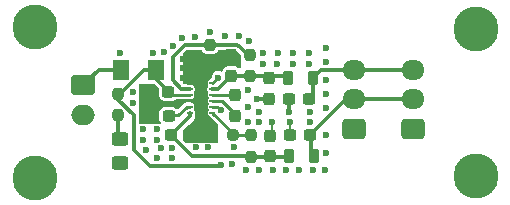
<source format=gbr>
%TF.GenerationSoftware,KiCad,Pcbnew,9.0.0*%
%TF.CreationDate,2025-04-24T23:50:50+03:00*%
%TF.ProjectId,Analog,416e616c-6f67-42e6-9b69-6361645f7063,rev?*%
%TF.SameCoordinates,Original*%
%TF.FileFunction,Copper,L1,Top*%
%TF.FilePolarity,Positive*%
%FSLAX46Y46*%
G04 Gerber Fmt 4.6, Leading zero omitted, Abs format (unit mm)*
G04 Created by KiCad (PCBNEW 9.0.0) date 2025-04-24 23:50:50*
%MOMM*%
%LPD*%
G01*
G04 APERTURE LIST*
G04 Aperture macros list*
%AMRoundRect*
0 Rectangle with rounded corners*
0 $1 Rounding radius*
0 $2 $3 $4 $5 $6 $7 $8 $9 X,Y pos of 4 corners*
0 Add a 4 corners polygon primitive as box body*
4,1,4,$2,$3,$4,$5,$6,$7,$8,$9,$2,$3,0*
0 Add four circle primitives for the rounded corners*
1,1,$1+$1,$2,$3*
1,1,$1+$1,$4,$5*
1,1,$1+$1,$6,$7*
1,1,$1+$1,$8,$9*
0 Add four rect primitives between the rounded corners*
20,1,$1+$1,$2,$3,$4,$5,0*
20,1,$1+$1,$4,$5,$6,$7,0*
20,1,$1+$1,$6,$7,$8,$9,0*
20,1,$1+$1,$8,$9,$2,$3,0*%
G04 Aperture macros list end*
%TA.AperFunction,SMDPad,CuDef*%
%ADD10RoundRect,0.218750X-0.218750X-0.381250X0.218750X-0.381250X0.218750X0.381250X-0.218750X0.381250X0*%
%TD*%
%TA.AperFunction,ComponentPad*%
%ADD11RoundRect,0.250000X0.725000X-0.600000X0.725000X0.600000X-0.725000X0.600000X-0.725000X-0.600000X0*%
%TD*%
%TA.AperFunction,ComponentPad*%
%ADD12O,1.950000X1.700000*%
%TD*%
%TA.AperFunction,ComponentPad*%
%ADD13C,2.600000*%
%TD*%
%TA.AperFunction,ConnectorPad*%
%ADD14C,3.800000*%
%TD*%
%TA.AperFunction,SMDPad,CuDef*%
%ADD15RoundRect,0.237500X-0.237500X0.250000X-0.237500X-0.250000X0.237500X-0.250000X0.237500X0.250000X0*%
%TD*%
%TA.AperFunction,SMDPad,CuDef*%
%ADD16RoundRect,0.250000X0.450000X-0.325000X0.450000X0.325000X-0.450000X0.325000X-0.450000X-0.325000X0*%
%TD*%
%TA.AperFunction,SMDPad,CuDef*%
%ADD17RoundRect,0.237500X-0.237500X0.300000X-0.237500X-0.300000X0.237500X-0.300000X0.237500X0.300000X0*%
%TD*%
%TA.AperFunction,SMDPad,CuDef*%
%ADD18RoundRect,0.237500X0.237500X-0.250000X0.237500X0.250000X-0.237500X0.250000X-0.237500X-0.250000X0*%
%TD*%
%TA.AperFunction,SMDPad,CuDef*%
%ADD19RoundRect,0.237500X0.300000X0.237500X-0.300000X0.237500X-0.300000X-0.237500X0.300000X-0.237500X0*%
%TD*%
%TA.AperFunction,ComponentPad*%
%ADD20RoundRect,0.250000X-0.750000X0.600000X-0.750000X-0.600000X0.750000X-0.600000X0.750000X0.600000X0*%
%TD*%
%TA.AperFunction,ComponentPad*%
%ADD21O,2.000000X1.700000*%
%TD*%
%TA.AperFunction,SMDPad,CuDef*%
%ADD22RoundRect,0.237500X-0.300000X-0.237500X0.300000X-0.237500X0.300000X0.237500X-0.300000X0.237500X0*%
%TD*%
%TA.AperFunction,SMDPad,CuDef*%
%ADD23RoundRect,0.237500X0.250000X0.237500X-0.250000X0.237500X-0.250000X-0.237500X0.250000X-0.237500X0*%
%TD*%
%TA.AperFunction,SMDPad,CuDef*%
%ADD24RoundRect,0.250001X0.462499X0.624999X-0.462499X0.624999X-0.462499X-0.624999X0.462499X-0.624999X0*%
%TD*%
%TA.AperFunction,SMDPad,CuDef*%
%ADD25RoundRect,0.237500X0.237500X-0.300000X0.237500X0.300000X-0.237500X0.300000X-0.237500X-0.300000X0*%
%TD*%
%TA.AperFunction,SMDPad,CuDef*%
%ADD26RoundRect,0.062500X-0.187500X-0.062500X0.187500X-0.062500X0.187500X0.062500X-0.187500X0.062500X0*%
%TD*%
%TA.AperFunction,ComponentPad*%
%ADD27C,0.600000*%
%TD*%
%TA.AperFunction,SMDPad,CuDef*%
%ADD28R,1.000000X2.650000*%
%TD*%
%TA.AperFunction,ViaPad*%
%ADD29C,0.600000*%
%TD*%
%TA.AperFunction,Conductor*%
%ADD30C,0.250000*%
%TD*%
%TA.AperFunction,Conductor*%
%ADD31C,0.300000*%
%TD*%
%TA.AperFunction,Conductor*%
%ADD32C,0.350000*%
%TD*%
%TA.AperFunction,Conductor*%
%ADD33C,0.200000*%
%TD*%
G04 APERTURE END LIST*
D10*
%TO.P,L2,1,1*%
%TO.N,/-2.56V*%
X151693100Y-108407200D03*
%TO.P,L2,2,2*%
%TO.N,/AVSS*%
X153818100Y-108407200D03*
%TD*%
D11*
%TO.P,J2,1,Pin_1*%
%TO.N,AGND*%
X157230800Y-106132000D03*
D12*
%TO.P,J2,2,Pin_2*%
%TO.N,/AVSS*%
X157230800Y-103632000D03*
%TO.P,J2,3,Pin_3*%
%TO.N,/AVDD*%
X157230800Y-101132000D03*
%TD*%
D13*
%TO.P,H2,1,1*%
%TO.N,AGND*%
X130175000Y-110261400D03*
D14*
X130175000Y-110261400D03*
%TD*%
D15*
%TO.P,R3,1*%
%TO.N,Net-(U1-FB-)*%
X148488400Y-106656500D03*
%TO.P,R3,2*%
%TO.N,/-2.56V*%
X148488400Y-108481500D03*
%TD*%
D16*
%TO.P,D1,1,K*%
%TO.N,AGND*%
X137439400Y-109051200D03*
%TO.P,D1,2,A*%
%TO.N,Net-(D1-A)*%
X137439400Y-107001200D03*
%TD*%
D17*
%TO.P,C2,1*%
%TO.N,Net-(U1-C+)*%
X147116800Y-103277500D03*
%TO.P,C2,2*%
%TO.N,Net-(U1-C-)*%
X147116800Y-105002500D03*
%TD*%
D13*
%TO.P,H1,1,1*%
%TO.N,AGND*%
X167538400Y-110083600D03*
D14*
X167538400Y-110083600D03*
%TD*%
D13*
%TO.P,H4,1,1*%
%TO.N,AGND*%
X167513000Y-97663000D03*
D14*
X167513000Y-97663000D03*
%TD*%
D18*
%TO.P,R1,1*%
%TO.N,/+2.52V*%
X148412200Y-101674300D03*
%TO.P,R1,2*%
%TO.N,Net-(U1-FB+)*%
X148412200Y-99849300D03*
%TD*%
D19*
%TO.P,C7,1*%
%TO.N,/AVDD*%
X153440300Y-103632000D03*
%TO.P,C7,2*%
%TO.N,AGND*%
X151715300Y-103632000D03*
%TD*%
D13*
%TO.P,H3,1,1*%
%TO.N,AGND*%
X130175000Y-97536000D03*
D14*
X130175000Y-97536000D03*
%TD*%
D11*
%TO.P,J3,1,Pin_1*%
%TO.N,AGND*%
X162209200Y-106132000D03*
D12*
%TO.P,J3,2,Pin_2*%
%TO.N,/AVSS*%
X162209200Y-103632000D03*
%TO.P,J3,3,Pin_3*%
%TO.N,/AVDD*%
X162209200Y-101132000D03*
%TD*%
D20*
%TO.P,J1,1,Pin_1*%
%TO.N,/RAWA_Unprotected*%
X134289800Y-102438200D03*
D21*
%TO.P,J1,2,Pin_2*%
%TO.N,AGND*%
X134289800Y-104938200D03*
%TD*%
D15*
%TO.P,RLd,1*%
%TO.N,RAW_A*%
X137261600Y-103151300D03*
%TO.P,RLd,2*%
%TO.N,Net-(D1-A)*%
X137261600Y-104976300D03*
%TD*%
D22*
%TO.P,C5,1*%
%TO.N,/-2.56V*%
X141758500Y-106654600D03*
%TO.P,C5,2*%
%TO.N,AGND*%
X143483500Y-106654600D03*
%TD*%
D19*
%TO.P,C3,1*%
%TO.N,Net-(U1-CP)*%
X141526600Y-105003600D03*
%TO.P,C3,2*%
%TO.N,AGND*%
X139801600Y-105003600D03*
%TD*%
%TO.P,C9,1*%
%TO.N,/AVSS*%
X153516500Y-106654600D03*
%TO.P,C9,2*%
%TO.N,AGND*%
X151791500Y-106654600D03*
%TD*%
D15*
%TO.P,R2,1*%
%TO.N,Net-(U1-FB+)*%
X145034000Y-99061900D03*
%TO.P,R2,2*%
%TO.N,AGND*%
X145034000Y-100886900D03*
%TD*%
D19*
%TO.P,C1,1*%
%TO.N,RAW_A*%
X141502300Y-103022400D03*
%TO.P,C1,2*%
%TO.N,AGND*%
X139777300Y-103022400D03*
%TD*%
D23*
%TO.P,R4,1*%
%TO.N,Net-(U1-FB-)*%
X146962500Y-106654600D03*
%TO.P,R4,2*%
%TO.N,AGND*%
X145137500Y-106654600D03*
%TD*%
D24*
%TO.P,F1,1*%
%TO.N,RAW_A*%
X140476300Y-101117400D03*
%TO.P,F1,2*%
%TO.N,/RAWA_Unprotected*%
X137501300Y-101117400D03*
%TD*%
D10*
%TO.P,L1,1,1*%
%TO.N,/+2.52V*%
X151591500Y-101854000D03*
%TO.P,L1,2,2*%
%TO.N,/AVDD*%
X153716500Y-101854000D03*
%TD*%
D25*
%TO.P,C8,1*%
%TO.N,/-2.56V*%
X150063200Y-108431500D03*
%TO.P,C8,2*%
%TO.N,AGND*%
X150063200Y-106706500D03*
%TD*%
D26*
%TO.P,U1,1,PGOOD*%
%TO.N,AGND*%
X143334350Y-102251000D03*
%TO.P,U1,2,FB+*%
%TO.N,Net-(U1-FB+)*%
X143334350Y-102751000D03*
%TO.P,U1,3,VIN*%
%TO.N,RAW_A*%
X143334350Y-103251000D03*
%TO.P,U1,4,GND*%
%TO.N,AGND*%
X143334350Y-103751000D03*
%TO.P,U1,5,CP*%
%TO.N,Net-(U1-CP)*%
X143334350Y-104251000D03*
%TO.P,U1,6,OUT-*%
%TO.N,/-2.56V*%
X143334350Y-104751000D03*
%TO.P,U1,7,FB-*%
%TO.N,Net-(U1-FB-)*%
X145234350Y-104751000D03*
%TO.P,U1,8,EN-*%
%TO.N,RAW_A*%
X145234350Y-104251000D03*
%TO.P,U1,9,C-*%
%TO.N,Net-(U1-C-)*%
X145234350Y-103751000D03*
%TO.P,U1,10,C+*%
%TO.N,Net-(U1-C+)*%
X145234350Y-103251000D03*
%TO.P,U1,11,OUT+*%
%TO.N,/+2.52V*%
X145234350Y-102751000D03*
%TO.P,U1,12,EN+*%
%TO.N,RAW_A*%
X145234350Y-102251000D03*
D27*
%TO.P,U1,13,PAD*%
%TO.N,AGND*%
X144284350Y-102501000D03*
X144284350Y-103501000D03*
D28*
X144284350Y-103501000D03*
D27*
X144284350Y-104501000D03*
%TD*%
D17*
%TO.P,C6,1*%
%TO.N,/+2.52V*%
X150012400Y-101855100D03*
%TO.P,C6,2*%
%TO.N,AGND*%
X150012400Y-103580100D03*
%TD*%
%TO.P,C4,1*%
%TO.N,AGND*%
X146837400Y-99899300D03*
%TO.P,C4,2*%
%TO.N,/+2.52V*%
X146837400Y-101624300D03*
%TD*%
D29*
%TO.N,AGND*%
X141782800Y-108559600D03*
X150337520Y-109626400D03*
X137439400Y-109051200D03*
X140538200Y-103987600D03*
%TO.N,RAW_A*%
X145923000Y-109194600D03*
X145724552Y-101782552D03*
%TO.N,AGND*%
X139319000Y-106121200D03*
%TO.N,RAW_A*%
X145938258Y-104556542D03*
%TO.N,AGND*%
X149199600Y-105511600D03*
X152593040Y-109626400D03*
X153492200Y-105511600D03*
X149021800Y-103581200D03*
X149479000Y-99695000D03*
X148234400Y-102844600D03*
X141859000Y-99110800D03*
X148082000Y-109626400D03*
X151790400Y-105511600D03*
X142764114Y-101844714D03*
X149199600Y-104698800D03*
X138506200Y-103022400D03*
X147015200Y-107696000D03*
X145034000Y-97891600D03*
X154863800Y-103149400D03*
X141782800Y-107746800D03*
X142773400Y-100990400D03*
X153720800Y-109626400D03*
X149209760Y-109626400D03*
X139623800Y-107924600D03*
X148259800Y-104241600D03*
X154813000Y-108153200D03*
X152069800Y-100609400D03*
X154813000Y-106629200D03*
X141147800Y-99618800D03*
X139522200Y-103962200D03*
X142750420Y-100177600D03*
X139319000Y-107035600D03*
X153492200Y-104673400D03*
X140563600Y-108559600D03*
X148259800Y-105511600D03*
X140512800Y-106121200D03*
X152069800Y-99695000D03*
X146329400Y-98298000D03*
X150241000Y-105511600D03*
X147472400Y-98298000D03*
X140868400Y-107721400D03*
X140563600Y-107035600D03*
X151465280Y-109626400D03*
X137363200Y-99669600D03*
X149479000Y-100609400D03*
X154838400Y-100431600D03*
X154863800Y-101981000D03*
X138506200Y-103962200D03*
X154787600Y-109601000D03*
X142621000Y-98399600D03*
X150742400Y-99720400D03*
X140182600Y-99695000D03*
X150723600Y-100609400D03*
X154863800Y-104343200D03*
X153441400Y-100609400D03*
X146913600Y-109093000D03*
X143738600Y-98359200D03*
X154838400Y-99288600D03*
X144856200Y-107696000D03*
X143840200Y-107696000D03*
X141554200Y-103997400D03*
X148336000Y-98729800D03*
X153441400Y-99720400D03*
X151715300Y-104697700D03*
X142504013Y-103931903D03*
%TD*%
D30*
%TO.N,Net-(U1-FB-)*%
X148488400Y-106656500D02*
X146964400Y-106656500D01*
D31*
%TO.N,Net-(U1-FB+)*%
X148265346Y-99925500D02*
X148488400Y-99925500D01*
D30*
%TO.N,Net-(U1-FB-)*%
X145234350Y-104751000D02*
X146962500Y-106479150D01*
D31*
%TO.N,Net-(U1-FB+)*%
X142925800Y-99009200D02*
X147349046Y-99009200D01*
D30*
%TO.N,Net-(U1-FB-)*%
X146962500Y-106479150D02*
X146962500Y-106654600D01*
D31*
%TO.N,Net-(U1-FB+)*%
X148287100Y-99925500D02*
X147447000Y-99085400D01*
X143334350Y-102751000D02*
X142610270Y-102751000D01*
X142610270Y-102751000D02*
X141887737Y-102028467D01*
D30*
%TO.N,Net-(U1-FB-)*%
X146964400Y-106656500D02*
X146962500Y-106654600D01*
%TO.N,Net-(U1-C+)*%
X147014100Y-103251000D02*
X145234350Y-103251000D01*
D31*
%TO.N,RAW_A*%
X140476300Y-101919100D02*
X141452600Y-102895400D01*
D32*
%TO.N,/+2.52V*%
X148412200Y-101674300D02*
X151411800Y-101674300D01*
X145710700Y-102751000D02*
X146837400Y-101624300D01*
D30*
%TO.N,Net-(U1-CP)*%
X143068800Y-104251000D02*
X142341600Y-104978200D01*
%TO.N,Net-(U1-C-)*%
X147091400Y-105053300D02*
X147091400Y-104825800D01*
%TO.N,RAW_A*%
X145702798Y-101782552D02*
X145234350Y-102251000D01*
%TO.N,Net-(U1-C+)*%
X147091400Y-103328300D02*
X147014100Y-103251000D01*
%TO.N,Net-(U1-CP)*%
X142341600Y-104978200D02*
X141553100Y-104978200D01*
%TO.N,RAW_A*%
X145632716Y-104251000D02*
X145938258Y-104556542D01*
D31*
%TO.N,Net-(U1-FB+)*%
X147349046Y-99009200D02*
X147426846Y-99087000D01*
X141887737Y-100047263D02*
X142925800Y-99009200D01*
D32*
%TO.N,/-2.56V*%
X143334350Y-105077650D02*
X141758500Y-106653500D01*
X141758500Y-106654600D02*
X143495500Y-108391600D01*
X150087500Y-108407200D02*
X150063200Y-108431500D01*
D30*
%TO.N,Net-(U1-CP)*%
X143334350Y-104251000D02*
X143068800Y-104251000D01*
%TO.N,Net-(U1-C-)*%
X147091400Y-104825800D02*
X146016600Y-103751000D01*
D31*
%TO.N,RAW_A*%
X139928600Y-109245400D02*
X145872200Y-109245400D01*
D32*
%TO.N,/+2.52V*%
X151411800Y-101674300D02*
X151591500Y-101854000D01*
D31*
%TO.N,Net-(U1-FB+)*%
X148488400Y-99925500D02*
X148287100Y-99925500D01*
D30*
%TO.N,/+2.52V*%
X146559100Y-101700500D02*
X146939000Y-101700500D01*
D32*
%TO.N,/-2.56V*%
X141758500Y-106653500D02*
X141758500Y-106654600D01*
X143495500Y-108391600D02*
X148398500Y-108391600D01*
%TO.N,/+2.52V*%
X146837400Y-101624300D02*
X148362200Y-101624300D01*
%TO.N,/-2.56V*%
X143334350Y-104751000D02*
X143334350Y-105077650D01*
%TO.N,/+2.52V*%
X145234350Y-102751000D02*
X145710700Y-102751000D01*
%TO.N,/-2.56V*%
X148488400Y-108481500D02*
X151618800Y-108481500D01*
X148398500Y-108391600D02*
X148488400Y-108481500D01*
D31*
%TO.N,Net-(U1-FB+)*%
X141887737Y-102028467D02*
X141887737Y-100047263D01*
D32*
%TO.N,/+2.52V*%
X148362200Y-101624300D02*
X148412200Y-101674300D01*
D30*
%TO.N,Net-(U1-C-)*%
X146016600Y-103751000D02*
X145234350Y-103751000D01*
D31*
%TO.N,Net-(D1-A)*%
X137261600Y-106823400D02*
X137439400Y-107001200D01*
%TO.N,/RAWA_Unprotected*%
X135610600Y-101117400D02*
X134289800Y-102438200D01*
%TO.N,Net-(D1-A)*%
X137261600Y-104976300D02*
X137261600Y-106823400D01*
%TO.N,/RAWA_Unprotected*%
X137501300Y-101117400D02*
X135610600Y-101117400D01*
D32*
%TO.N,AGND*%
X149021800Y-103581200D02*
X150011300Y-103581200D01*
D33*
X150241000Y-105562400D02*
X150241000Y-106528700D01*
D32*
X139624900Y-104825800D02*
X139777300Y-104673400D01*
%TO.N,/AVDD*%
X153716500Y-101854000D02*
X154463900Y-101106600D01*
%TO.N,/AVSS*%
X153516500Y-106654600D02*
X153593800Y-106731900D01*
D31*
%TO.N,RAW_A*%
X145872200Y-109245400D02*
X145923000Y-109194600D01*
D30*
%TO.N,AGND*%
X142764114Y-101844714D02*
X143170400Y-102251000D01*
D31*
%TO.N,RAW_A*%
X137261600Y-103151300D02*
X137261600Y-103649954D01*
X140476300Y-101117400D02*
X140476300Y-101919100D01*
X138595100Y-104983454D02*
X138595100Y-107911900D01*
D32*
%TO.N,AGND*%
X150011300Y-103581200D02*
X150012400Y-103580100D01*
D31*
%TO.N,RAW_A*%
X139445670Y-101117400D02*
X137617200Y-102945870D01*
D32*
%TO.N,/AVDD*%
X154463900Y-101106600D02*
X162133000Y-101106600D01*
%TO.N,AGND*%
X151715300Y-104697700D02*
X151715300Y-103632000D01*
X151790400Y-106653500D02*
X151791500Y-106654600D01*
D33*
X151790400Y-105613200D02*
X151790400Y-106653500D01*
D31*
%TO.N,RAW_A*%
X140476300Y-101117400D02*
X139445670Y-101117400D01*
X141452600Y-102895400D02*
X141452600Y-103048900D01*
X137261600Y-103649954D02*
X138595100Y-104983454D01*
X138595100Y-107911900D02*
X139928600Y-109245400D01*
D30*
X143334350Y-103251000D02*
X141756300Y-103251000D01*
D32*
%TO.N,/AVSS*%
X153517600Y-106654600D02*
X153516500Y-106654600D01*
X153593800Y-106731900D02*
X153593800Y-108182900D01*
D30*
%TO.N,RAW_A*%
X141756300Y-103251000D02*
X141603900Y-103098600D01*
D32*
%TO.N,/AVSS*%
X156564500Y-103606600D02*
X162133000Y-103606600D01*
X153516500Y-106654600D02*
X156564500Y-103606600D01*
D30*
%TO.N,AGND*%
X143143950Y-102251000D02*
X143334350Y-102251000D01*
X143170400Y-102251000D02*
X143334350Y-102251000D01*
%TO.N,RAW_A*%
X145724552Y-101782552D02*
X145702798Y-101782552D01*
X145234350Y-104251000D02*
X145632716Y-104251000D01*
D32*
%TO.N,/AVDD*%
X153716500Y-101854000D02*
X153716500Y-103355800D01*
X153716500Y-103355800D02*
X153440300Y-103632000D01*
D33*
%TO.N,AGND*%
X150241000Y-106528700D02*
X150063200Y-106706500D01*
D32*
%TO.N,/AVSS*%
X153593800Y-108182900D02*
X153818100Y-108407200D01*
%TD*%
%TA.AperFunction,Conductor*%
%TO.N,AGND*%
G36*
X140297118Y-102310367D02*
G01*
X140317892Y-102327085D01*
X140495895Y-102505087D01*
X140677981Y-102687173D01*
X140711466Y-102748496D01*
X140714300Y-102774854D01*
X140714300Y-103306590D01*
X140720548Y-103364699D01*
X140759654Y-103469544D01*
X140769588Y-103496178D01*
X140853684Y-103608516D01*
X140966022Y-103692612D01*
X141058394Y-103727065D01*
X141097500Y-103741651D01*
X141155609Y-103747899D01*
X141155626Y-103747900D01*
X141848974Y-103747900D01*
X141848990Y-103747899D01*
X141907099Y-103741651D01*
X142038578Y-103692612D01*
X142093853Y-103651232D01*
X142159317Y-103626816D01*
X142168164Y-103626500D01*
X142732400Y-103626500D01*
X142732400Y-104056362D01*
X142360342Y-104428420D01*
X142299019Y-104461905D01*
X142229327Y-104456921D01*
X142183004Y-104422243D01*
X142181490Y-104423758D01*
X142175218Y-104417487D01*
X142175216Y-104417484D01*
X142100185Y-104361316D01*
X142062880Y-104333389D01*
X142062878Y-104333388D01*
X142036244Y-104323454D01*
X141931399Y-104284348D01*
X141873290Y-104278100D01*
X141873274Y-104278100D01*
X141179926Y-104278100D01*
X141179909Y-104278100D01*
X141121800Y-104284348D01*
X140990319Y-104333389D01*
X140877984Y-104417484D01*
X140793889Y-104529819D01*
X140744848Y-104661300D01*
X140738600Y-104719409D01*
X140738600Y-105287790D01*
X140744848Y-105345899D01*
X140793889Y-105477380D01*
X140842181Y-105541889D01*
X140866598Y-105607353D01*
X140851747Y-105675626D01*
X140802342Y-105725032D01*
X140742914Y-105740200D01*
X139145371Y-105740200D01*
X139078332Y-105720515D01*
X139032577Y-105667711D01*
X139021377Y-105617378D01*
X138999983Y-103364699D01*
X138990987Y-102417412D01*
X139010034Y-102350189D01*
X139062401Y-102303935D01*
X139114814Y-102292235D01*
X140230059Y-102290771D01*
X140297118Y-102310367D01*
G37*
%TD.AperFunction*%
%TD*%
%TA.AperFunction,Conductor*%
%TO.N,AGND*%
G36*
X144293083Y-99429385D02*
G01*
X144338838Y-99482189D01*
X144342218Y-99490348D01*
X144343768Y-99494501D01*
X144363789Y-99548180D01*
X144397351Y-99593012D01*
X144447884Y-99660516D01*
X144538055Y-99728018D01*
X144544273Y-99732673D01*
X144560222Y-99744612D01*
X144652594Y-99779065D01*
X144691700Y-99793651D01*
X144749809Y-99799899D01*
X144749826Y-99799900D01*
X145318174Y-99799900D01*
X145318190Y-99799899D01*
X145376299Y-99793651D01*
X145507778Y-99744612D01*
X145620116Y-99660516D01*
X145704212Y-99548178D01*
X145725775Y-99490364D01*
X145767646Y-99434433D01*
X145833110Y-99410016D01*
X145841956Y-99409700D01*
X147151552Y-99409700D01*
X147167035Y-99413847D01*
X147180774Y-99413192D01*
X147213541Y-99426307D01*
X147218255Y-99429028D01*
X147243947Y-99448740D01*
X147592081Y-99796874D01*
X147625566Y-99858197D01*
X147628400Y-99884555D01*
X147628400Y-100881338D01*
X147608715Y-100948377D01*
X147555911Y-100994132D01*
X147486753Y-101004076D01*
X147430089Y-100980605D01*
X147423516Y-100975684D01*
X147370906Y-100936300D01*
X147311180Y-100891589D01*
X147311178Y-100891588D01*
X147283697Y-100881338D01*
X147179699Y-100842548D01*
X147121590Y-100836300D01*
X147121574Y-100836300D01*
X146553226Y-100836300D01*
X146553209Y-100836300D01*
X146495100Y-100842548D01*
X146363619Y-100891589D01*
X146251284Y-100975684D01*
X146167188Y-101088021D01*
X146121921Y-101209385D01*
X146080050Y-101265318D01*
X146014585Y-101289734D01*
X145946312Y-101274882D01*
X145943742Y-101273438D01*
X145937042Y-101269570D01*
X145937041Y-101269569D01*
X145921176Y-101265318D01*
X145797027Y-101232052D01*
X145652077Y-101232052D01*
X145527928Y-101265318D01*
X145512063Y-101269569D01*
X145386540Y-101342040D01*
X145386534Y-101342045D01*
X145284045Y-101444534D01*
X145284040Y-101444540D01*
X145211569Y-101570063D01*
X145211568Y-101570067D01*
X145174052Y-101710077D01*
X145174052Y-101710079D01*
X145174052Y-101728899D01*
X145154367Y-101795938D01*
X145137733Y-101816580D01*
X144933877Y-102020435D01*
X144933873Y-102020440D01*
X144884441Y-102106060D01*
X144884440Y-102106061D01*
X144869832Y-102160578D01*
X144858850Y-102201564D01*
X144858850Y-102300436D01*
X144866990Y-102330815D01*
X144884440Y-102395938D01*
X144887551Y-102403447D01*
X144884309Y-102404789D01*
X144896893Y-102457187D01*
X144880435Y-102512998D01*
X144837847Y-102586762D01*
X144837847Y-102586763D01*
X144808850Y-102694982D01*
X144808850Y-102807018D01*
X144835262Y-102905587D01*
X144837847Y-102915236D01*
X144837848Y-102915239D01*
X144880434Y-102989000D01*
X144896907Y-103056900D01*
X144885033Y-103097509D01*
X144887551Y-103098552D01*
X144884440Y-103106060D01*
X144884440Y-103106062D01*
X144858850Y-103201565D01*
X144858850Y-103300435D01*
X144884440Y-103395938D01*
X144884441Y-103395939D01*
X144884441Y-103395940D01*
X144909302Y-103439000D01*
X144925775Y-103506900D01*
X144909302Y-103563000D01*
X144884441Y-103606059D01*
X144884441Y-103606060D01*
X144884440Y-103606062D01*
X144858850Y-103701565D01*
X144858850Y-103800435D01*
X144884440Y-103895938D01*
X144884441Y-103895939D01*
X144884441Y-103895940D01*
X144909302Y-103939000D01*
X144925775Y-104006900D01*
X144909302Y-104062999D01*
X144904784Y-104070823D01*
X144884441Y-104106059D01*
X144884441Y-104106060D01*
X144884440Y-104106062D01*
X144858850Y-104201565D01*
X144858850Y-104300435D01*
X144884440Y-104395938D01*
X144884441Y-104395939D01*
X144884442Y-104395942D01*
X144909301Y-104438998D01*
X144925775Y-104506898D01*
X144909303Y-104562997D01*
X144884442Y-104606058D01*
X144884440Y-104606061D01*
X144878484Y-104628290D01*
X144858850Y-104701564D01*
X144858850Y-104800436D01*
X144867646Y-104833262D01*
X144884440Y-104895938D01*
X144884441Y-104895939D01*
X144933873Y-104981559D01*
X144933877Y-104981564D01*
X145698031Y-105745718D01*
X145731516Y-105807041D01*
X145734350Y-105833399D01*
X145734350Y-107217526D01*
X145714665Y-107284565D01*
X145661861Y-107330320D01*
X145611482Y-107341521D01*
X143122384Y-107364237D01*
X143055167Y-107345165D01*
X143033571Y-107327923D01*
X142768719Y-107063071D01*
X142735234Y-107001748D01*
X142732400Y-106975390D01*
X142732400Y-106332710D01*
X142752085Y-106265671D01*
X142768719Y-106245029D01*
X143206707Y-105807041D01*
X143674834Y-105338914D01*
X143730853Y-105241887D01*
X143759850Y-105133669D01*
X143759850Y-105021632D01*
X143759850Y-104694982D01*
X143730853Y-104586763D01*
X143688266Y-104513000D01*
X143671793Y-104445100D01*
X143683749Y-104404529D01*
X143681148Y-104403452D01*
X143684258Y-104395942D01*
X143684259Y-104395939D01*
X143684260Y-104395938D01*
X143709850Y-104300435D01*
X143709850Y-104201565D01*
X143684260Y-104106062D01*
X143634825Y-104020438D01*
X143564912Y-103950525D01*
X143479288Y-103901090D01*
X143383785Y-103875500D01*
X143118236Y-103875500D01*
X143019364Y-103875500D01*
X142971612Y-103888295D01*
X142971611Y-103888294D01*
X142923863Y-103901089D01*
X142923862Y-103901089D01*
X142838235Y-103950527D01*
X142732400Y-104056362D01*
X142732400Y-103626500D01*
X143383782Y-103626500D01*
X143383785Y-103626500D01*
X143479288Y-103600910D01*
X143564912Y-103551475D01*
X143634825Y-103481562D01*
X143684260Y-103395938D01*
X143709850Y-103300435D01*
X143709850Y-103201565D01*
X143684260Y-103106062D01*
X143673832Y-103088001D01*
X143657358Y-103020103D01*
X143673830Y-102964003D01*
X143707557Y-102905587D01*
X143734850Y-102803727D01*
X143734850Y-102698273D01*
X143707557Y-102596413D01*
X143654830Y-102505087D01*
X143580263Y-102430520D01*
X143488937Y-102377793D01*
X143387077Y-102350500D01*
X143387076Y-102350500D01*
X142856400Y-102350500D01*
X142789361Y-102330815D01*
X142743606Y-102278011D01*
X142732400Y-102226500D01*
X142732400Y-99820354D01*
X142752085Y-99753315D01*
X142768719Y-99732673D01*
X143055373Y-99446019D01*
X143116696Y-99412534D01*
X143143054Y-99409700D01*
X144226044Y-99409700D01*
X144293083Y-99429385D01*
G37*
%TD.AperFunction*%
%TD*%
M02*

</source>
